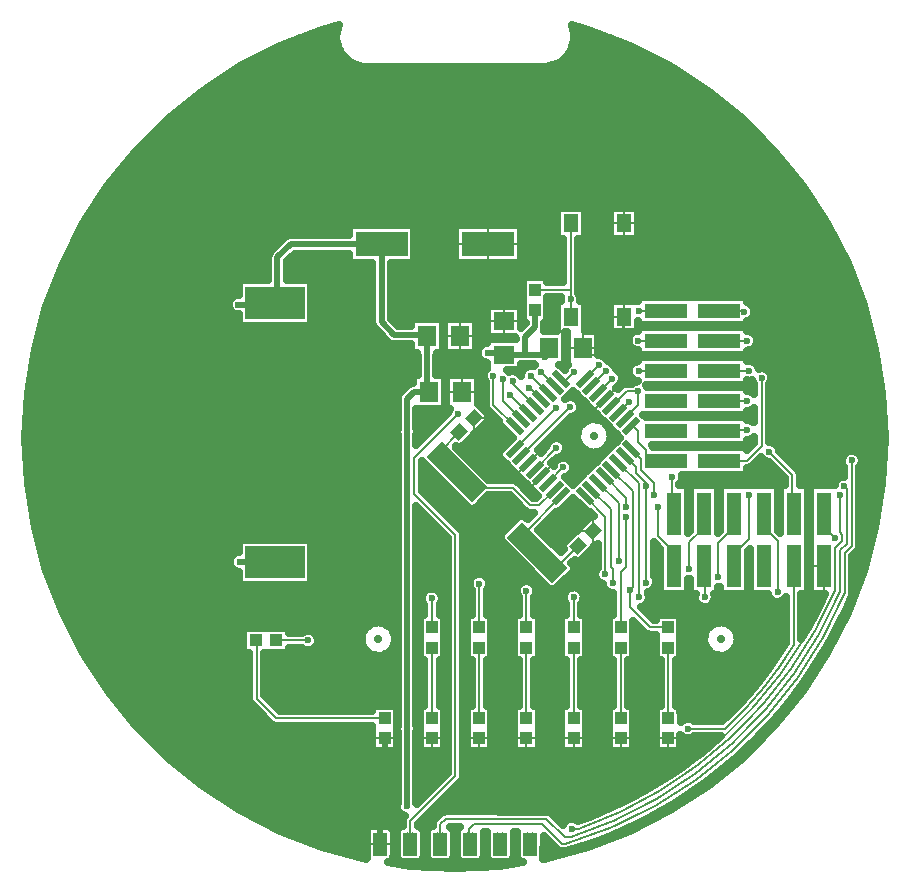
<source format=gbr>
%TF.GenerationSoftware,Novarm,DipTrace,3.0.0.2*%
%TF.CreationDate,2016-12-19T10:05:57+01:00*%
%FSLAX26Y26*%
%MOIN*%
%TF.FileFunction,Copper,L1,Top*%
%TF.Part,Single*%
%AMOUTLINE0*
4,1,4,
-0.001392,-0.029231,
-0.029231,-0.001392,
0.001392,0.029231,
0.029231,0.001392,
-0.001392,-0.029231,
0*%
%AMOUTLINE3*
4,1,15,
-0.023622,-0.03937,
-0.023622,0.03937,
-0.019685,0.031496,
-0.015748,0.03937,
-0.011811,0.031496,
-0.007874,0.03937,
-0.003937,0.031496,
0.0,0.03937,
0.003937,0.031496,
0.007874,0.03937,
0.011811,0.031496,
0.015748,0.03937,
0.019685,0.031496,
0.023622,0.03937,
0.023622,-0.03937,
-0.023622,-0.03937,
0*%
%AMOUTLINE6*
4,1,4,
-0.016703,-0.030623,
-0.030623,-0.016703,
0.016703,0.030623,
0.030623,0.016703,
-0.016703,-0.030623,
0*%
%AMOUTLINE9*
4,1,4,
-0.030623,0.016703,
-0.016703,0.030623,
0.030623,-0.016703,
0.016703,-0.030623,
-0.030623,0.016703,
0*%
%AMOUTLINE12*
4,1,4,
0.051501,-0.101612,
-0.101612,0.051501,
-0.051501,0.101612,
0.101612,-0.051501,
0.051501,-0.101612,
0*%
%TA.AperFunction,Conductor*%
%ADD13C,0.007874*%
%ADD14C,0.019685*%
%TA.AperFunction,CopperBalancing*%
%ADD16C,0.025*%
%ADD22C,0.027559*%
%ADD23R,0.2X0.109843*%
%ADD24C,0.7*%
%ADD25R,0.070866X0.062992*%
%ADD27R,0.177165X0.082677*%
%ADD28R,0.062992X0.070866*%
%ADD29R,0.043307X0.03937*%
%ADD30R,0.03937X0.043307*%
%ADD32R,0.144882X0.05*%
%ADD34R,0.05X0.144882*%
%ADD38R,0.051181X0.061024*%
%TA.AperFunction,ViaPad*%
%ADD41C,0.023622*%
%ADD69OUTLINE0*%
%ADD72OUTLINE3*%
%ADD75OUTLINE6*%
%ADD78OUTLINE9*%
%ADD81OUTLINE12*%
%TA.AperFunction,CopperBalancing*%
%ADD84C,0.007874*%
G75*
G01*
%LPD*%
X2368794Y1999761D2*
D13*
X2418837Y2049804D1*
Y2082472D1*
X2395930Y2105379D1*
X2394885D1*
X2354102Y2146161D1*
X2321012D1*
X2294741Y2172432D1*
X2328319Y1559403D2*
Y1604361D1*
X2308678D1*
X2297073Y1592756D1*
X2258119Y1844545D2*
X2248062Y1834487D1*
X2157218Y1743643D1*
X1979226Y2516991D2*
X2096417D1*
Y2509085D1*
X2432122Y2644870D2*
Y2587598D1*
X2431982D1*
X2032112Y2259538D2*
X2032951D1*
Y2322559D1*
X1887092Y2211908D2*
Y2103823D1*
X1948777Y2024783D2*
X1892612D1*
X1931913Y1938358D2*
X1985260D1*
X1957091Y1966528D1*
X1966172Y1975609D1*
X1620079Y518146D2*
D14*
Y799613D1*
X1635457Y814991D1*
Y869454D1*
X1270146Y1889024D2*
X1633177D1*
X2328319Y1559403D2*
D13*
Y1568877D1*
X2368794Y1999761D2*
X2253980Y1884948D1*
Y1834487D1*
X2248062D1*
X2112676Y1788185D2*
X2075088Y1750597D1*
Y1733403D1*
X2103152Y1705339D1*
X2118913D1*
X2157218Y1743643D1*
X2580339Y869454D2*
X2422858D1*
X2328723D1*
X2265378D1*
X2107898D1*
X1950417D1*
X1792937D2*
Y813845D1*
X1793554Y813228D1*
X1635593D2*
Y869318D1*
X1635457Y869454D1*
X1949798Y813228D2*
Y868835D1*
X1950417Y869454D1*
X2075088Y1750597D2*
X1931913Y1893772D1*
Y1938358D1*
X2328723Y869454D2*
X2328319Y1559403D1*
X2395930Y2105379D2*
X2430577Y2140026D1*
Y2273202D1*
X2431982Y2274606D1*
X2580339Y869454D2*
X2759843D1*
G03X3100394Y1326772I-991708J1093954D01*
G01*
X3099306Y1444535D1*
X2112676Y1788185D2*
Y1789210D1*
X2208413Y1884948D1*
X2253980D1*
X1624895Y2516991D2*
D14*
X1322067D1*
X1277860Y2472783D1*
Y2365717D1*
X1233647Y2321504D1*
X1270146D1*
X1624895Y2516991D2*
Y2256175D1*
X1666580Y2214490D1*
X1779437D1*
X1776856Y2211908D1*
Y2024783D1*
X1782375D1*
X1776856Y2211908D2*
Y2155421D1*
X1978343D2*
X2033787D1*
Y2150978D1*
X2032112Y2149302D1*
X2435606Y1932948D2*
D13*
X2429360D1*
Y1926399D1*
X2454184Y1951223D1*
X2451253D1*
X2480736Y1980706D1*
Y2027161D1*
X2442105D1*
X2392433Y1977490D1*
X2391064D1*
X2170623Y2141600D2*
D14*
Y2149302D1*
X2032112D1*
X2134948Y1765915D2*
D13*
X2206865Y1837832D1*
X1709824Y1892184D2*
D14*
Y2001883D1*
X1732724Y2024783D1*
X1782375D1*
X2184505Y2172432D2*
Y2149302D1*
X2032112D1*
X2136944Y2298396D2*
Y2241335D1*
X2104091Y2208482D1*
Y2149302D1*
X2032112D1*
X1709824Y1892184D2*
Y901669D1*
Y644001D1*
X2020079Y515878D2*
Y518146D1*
X1270146Y1456543D2*
X1151429Y1458286D1*
X1147692Y2315941D2*
X1270146Y2321504D1*
X2179490Y1721373D2*
D13*
X2179717D1*
X2231113Y1772769D1*
X2999306Y1444535D2*
Y1181102D1*
G02X2769685Y901575I-1111972J679365D01*
G01*
X2646516Y901669D1*
X2201760Y2044303D2*
Y2044584D1*
X2156738Y2089606D1*
X2891592Y2071118D2*
Y1844312D1*
X2842530Y1795251D1*
X2750021D1*
X2749306Y1794535D1*
X2422858Y936383D2*
Y1172604D1*
X1950417Y1239533D2*
Y1384920D1*
X2370364Y1416071D2*
Y1608448D1*
X2301980Y1676831D1*
X2650757Y1432819D2*
Y1524524D1*
X2695214Y1568980D1*
Y1619339D1*
X2699306D1*
X2112676Y1955219D2*
X2111757D1*
X2052640Y2014336D1*
X2849163Y2095214D2*
X2749984D1*
X2749306Y2094535D1*
Y2294535D2*
X2832634D1*
X2834555Y2292614D1*
X1997812Y2077741D2*
Y1980997D1*
X2068134Y1910676D1*
X2157218Y1999761D2*
X2122403Y2034576D1*
X2118995D1*
X2114988Y2038583D1*
X2844612Y1994247D2*
X2797010D1*
X2797299Y1994535D1*
X2749306D1*
X2179490Y2022031D2*
X2123139Y2078382D1*
X2844612Y1898084D2*
X2799630D1*
X2804491Y1902945D1*
X2740896D1*
X2749306Y1894535D1*
X2224031Y2066573D2*
Y2059979D1*
X2236112D1*
X2267030Y2090896D1*
X2481811Y2294068D2*
X2574035D1*
X2574503Y2294535D1*
X2090406Y1932948D2*
Y1933367D1*
X2028196Y1995577D1*
Y2068059D1*
X2843831Y2195462D2*
X2750232D1*
X2749306Y2194535D1*
X2301980Y2066573D2*
X2300636D1*
X2348482Y2114419D1*
X2481097Y2195755D2*
X2573283D1*
X2574503Y2194535D1*
X2324251Y2044303D2*
X2339335Y2059387D1*
X2338304D1*
X2372850Y2093933D1*
X2481762D2*
X2481159Y2094535D1*
X2574503D1*
X2346522Y2022031D2*
X2393516Y2069025D1*
X2511787Y2008445D2*
X2525697Y1994535D1*
X2574503D1*
X2413336Y1955219D2*
X2449062Y1990945D1*
X2522854Y1902980D2*
Y1907143D1*
X2587110D1*
X2574503Y1894535D1*
X2457878Y1910676D2*
X2464248D1*
X2480245Y1894678D1*
Y1858562D1*
X2506501Y1832306D1*
Y1800790D1*
X2568248D1*
X2574503Y1794535D1*
Y1796115D1*
X3192367D2*
Y1511343D1*
X3169352Y1488327D1*
Y1356178D1*
G02X2237521Y517955I-1346781J560123D01*
G01*
X2226692D1*
X2160550Y584097D1*
X1932541D1*
X1917639Y569196D1*
Y520585D1*
X1920079Y518146D1*
X2265378Y936383D2*
Y1172604D1*
X1792937Y936383D2*
Y1172604D1*
X2107898Y1239533D2*
Y1361080D1*
X2395546Y1387331D2*
Y1433576D1*
X2388938Y1440184D1*
Y1634413D1*
X2324251Y1699101D1*
X2747822Y1408328D2*
Y1521577D1*
X2789944Y1563699D1*
Y1613010D1*
X2805634D1*
X2799306Y1619339D1*
X2368794Y1743643D2*
X2439799Y1672638D1*
Y1642192D1*
X2544732D2*
Y1545736D1*
X2591054Y1499415D1*
Y1444535D1*
X2599306D1*
X2346522Y1721373D2*
X2347648D1*
X2416066Y1652955D1*
Y1459453D1*
X1380585Y1196198D2*
X1274189D1*
X1273684Y1196703D1*
X3136504Y1536471D2*
X3092690Y1580285D1*
Y1625954D1*
X3099306Y1619339D1*
X2580339Y1239533D2*
X2521283D1*
X2452173Y1308643D1*
Y1364175D1*
X2463550Y1375551D1*
Y1693429D1*
X2391064Y1765915D1*
X2944697Y1356975D2*
Y1527034D1*
X2905436Y1566295D1*
Y1619339D1*
X2899306D1*
X2090406Y1810457D2*
X2254270Y1974322D1*
X2917484Y1824680D2*
X2994243Y1747921D1*
Y1624402D1*
X2999306Y1619339D1*
X2435606Y1810457D2*
X2471403Y1774660D1*
Y1755895D1*
X2507080Y1720218D1*
Y1709718D1*
X3167858D2*
X3176408Y1701168D1*
Y1518958D1*
X3153543Y1496093D1*
Y1360236D1*
G02X2251969Y539370I-1347461J574402D01*
G01*
X2236266D1*
X2174535Y601101D1*
X1838089D1*
X1820079Y583091D1*
Y518146D1*
X1792937Y1239533D2*
Y1336461D1*
X2507080Y1389297D2*
Y1709718D1*
X2899306Y1444535D2*
Y1383714D1*
X2120079Y518146D2*
Y518144D1*
X2259356Y568790D2*
X2279528Y566929D1*
G03X3137795Y1366142I-480553J1376512D01*
G01*
Y1503860D1*
X3160261Y1526325D1*
Y1548959D1*
X3151971Y1557249D1*
Y1682047D1*
X2532315Y1681172D2*
Y1720497D1*
X2489971Y1762841D1*
Y1800635D1*
X2457878Y1832728D1*
X2799306Y1444535D2*
Y1483423D1*
X2849047Y1533164D1*
Y1681172D1*
X2265378Y1239533D2*
Y1340089D1*
X2702997D2*
Y1440844D1*
X2699306Y1444535D1*
X2413336Y1788185D2*
X2481766Y1719755D1*
Y1338589D1*
X2483266Y1340089D1*
X2068134Y1832728D2*
X2206844Y1971438D1*
X2592681Y1740664D2*
Y1625963D1*
X2599306Y1619339D1*
X2422858Y1239533D2*
Y1425715D1*
X2439799Y1442656D1*
Y1608793D1*
X2595504D2*
Y1623140D1*
X2599306Y1619339D1*
X2280993Y1512077D2*
X2278575D1*
X2215297Y1448799D1*
X2143982D1*
Y1488437D1*
X2168832D1*
X2102235Y1555034D1*
X2224031Y1676831D1*
X1884588Y1891033D2*
X1818798Y1825243D1*
Y1813622D1*
X1875282Y1757138D1*
Y1779385D1*
X1949549Y1705118D1*
X2062037D1*
X2120413Y1646741D1*
X2149584D1*
X2195497Y1692655D1*
X2200180D1*
Y1700681D1*
X2201760Y1699101D1*
X1635457Y936383D2*
X1274433D1*
X1208172Y1002644D1*
Y1198121D1*
X1206755Y1196703D1*
X1950417Y936383D2*
Y1172604D1*
X2107898Y936383D2*
Y1172604D1*
X2580339Y936383D2*
Y1172604D1*
X2254816Y2274606D2*
Y2365325D1*
Y2587598D1*
X2136944Y2365325D2*
X2254816D1*
X2134948Y1977490D2*
X2061575Y2050862D1*
Y2060652D1*
X2254816Y2334029D2*
Y2274606D1*
X1720079Y518146D2*
Y593701D1*
X1871037Y744659D1*
Y1548853D1*
X1734259Y1685631D1*
Y1805406D1*
X1880303Y1951450D1*
D41*
X2297073Y1592756D3*
X2258119Y1844545D3*
X2096417Y2509085D3*
X2432122Y2644870D3*
X2032951Y2322559D3*
X1887092Y2103823D3*
X2032951Y2322559D3*
X1948777Y2024783D3*
X1966172Y1975609D3*
X1633177Y1889024D3*
X1793554Y813228D3*
X1635593D3*
X1949798D3*
X1793554D3*
X1776856Y2155421D3*
X1978343D3*
X2170623Y2141600D3*
X2480736Y2027161D3*
X2206865Y1837832D3*
X1709824Y1892184D3*
Y644001D3*
X2020079Y515878D3*
X1709824Y1892184D3*
X1151429Y1458286D3*
X1147692Y2315941D3*
X2231113Y1772769D3*
X2206865Y1837832D3*
X2646516Y901669D3*
X1709824D3*
X2156738Y2089606D3*
X2891592Y2071118D3*
X1950417Y1384920D3*
X2370364Y1416071D3*
X2650757Y1432819D3*
X2052640Y2014336D3*
X2849163Y2095214D3*
X2834555Y2292614D3*
X1997812Y2077741D3*
X2114988Y2038583D3*
X2844612Y1994247D3*
X2123139Y2078382D3*
X2844612Y1898084D3*
X2267030Y2090896D3*
X2481811Y2294068D3*
X2028196Y2068059D3*
X2843831Y2195462D3*
X2348482Y2114419D3*
X2481097Y2195755D3*
X2372850Y2093933D3*
X2481762D3*
X2393516Y2069025D3*
X2511787Y2008445D3*
X2449062Y1990945D3*
X2522854Y1902980D3*
X2574503Y1796115D3*
X3192367D3*
X2107898Y1361080D3*
X2395546Y1387331D3*
X2747822Y1408328D3*
X2439799Y1642192D3*
X2544732D3*
X2416066Y1459453D3*
X1380585Y1196198D3*
X3136504Y1536471D3*
X2416066Y1459453D3*
X2944697Y1356975D3*
X2452173Y1364175D3*
X2254270Y1974322D3*
X2917484Y1824680D3*
X2507080Y1709718D3*
X3167858D3*
X1792937Y1336461D3*
X2507080Y1389297D3*
X2899306Y1383714D3*
X2120079Y518144D3*
X2259356Y568790D3*
X3151971Y1682047D3*
X2532315Y1681172D3*
X2849047D3*
X2265378Y1340089D3*
X2702997D3*
X2483266D3*
X2206844Y1971438D3*
X2592681Y1740664D3*
X2439799Y1608793D3*
X2595504D3*
X2061575Y2060652D3*
X2254816Y2334029D3*
X1880303Y1951450D3*
X2061575Y2060652D3*
X1418293Y3227811D2*
D16*
X1474768D1*
X2266145D2*
X2321887D1*
X1353498Y3202942D2*
X1471545D1*
X2269416D2*
X2386682D1*
X1289045Y3178073D2*
X1477844D1*
X2263117D2*
X2451135D1*
X1240217Y3153205D2*
X1487903D1*
X2253059D2*
X2499914D1*
X1191389Y3128336D2*
X1512268D1*
X2228694D2*
X2548742D1*
X1145588Y3103467D2*
X2594592D1*
X1107307Y3078598D2*
X2632873D1*
X1068977Y3053730D2*
X2671155D1*
X1030696Y3028861D2*
X2709485D1*
X999983Y3003992D2*
X2740198D1*
X969270Y2979123D2*
X2770910D1*
X938557Y2954255D2*
X2801574D1*
X909065Y2929386D2*
X2831115D1*
X884162Y2904517D2*
X2855969D1*
X859309Y2879648D2*
X2880823D1*
X834455Y2854780D2*
X2905725D1*
X809602Y2829911D2*
X2930578D1*
X789192Y2805042D2*
X2950989D1*
X769026Y2780173D2*
X2971106D1*
X748908Y2755304D2*
X2991272D1*
X728742Y2730436D2*
X3011389D1*
X709651Y2705567D2*
X3030530D1*
X693489Y2680698D2*
X3046643D1*
X677326Y2655829D2*
X3062805D1*
X661213Y2630961D2*
X2205578D1*
X2304084D2*
X2382727D1*
X2481233D2*
X3078967D1*
X645051Y2606092D2*
X2205578D1*
X2304084D2*
X2382727D1*
X2481233D2*
X3095129D1*
X629573Y2581223D2*
X2205578D1*
X2304084D2*
X2382727D1*
X2481233D2*
X3110559D1*
X616926Y2556354D2*
X1512658D1*
X1737141D2*
X1867004D1*
X2091487D2*
X2205578D1*
X2304084D2*
X2382727D1*
X2481233D2*
X3123254D1*
X604231Y2531486D2*
X1290246D1*
X1737141D2*
X1867004D1*
X2091487D2*
X2227209D1*
X2282405D2*
X3135901D1*
X591584Y2506617D2*
X1265344D1*
X1737141D2*
X1867004D1*
X2091487D2*
X2227209D1*
X2282405D2*
X3148596D1*
X578889Y2481748D2*
X1245715D1*
X1333137D2*
X1512658D1*
X1737141D2*
X1867004D1*
X2091487D2*
X2227209D1*
X2282405D2*
X3161242D1*
X566242Y2456879D2*
X1244348D1*
X1311360D2*
X1512658D1*
X1737141D2*
X1867004D1*
X2091487D2*
X2227209D1*
X2282405D2*
X3173938D1*
X556184Y2432010D2*
X1244348D1*
X1311360D2*
X1591418D1*
X1658381D2*
X2227209D1*
X2282405D2*
X3183996D1*
X546614Y2407142D2*
X1244348D1*
X1311360D2*
X1591418D1*
X1658381D2*
X2093615D1*
X2180305D2*
X2227209D1*
X2282405D2*
X3193567D1*
X537092Y2382273D2*
X1146496D1*
X1393830D2*
X1591418D1*
X1658381D2*
X2093615D1*
X2282405D2*
X3203088D1*
X527522Y2357404D2*
X1146496D1*
X1393830D2*
X1591418D1*
X1658381D2*
X2093615D1*
X2282405D2*
X3212658D1*
X518000Y2332535D2*
X1116711D1*
X1393830D2*
X1591418D1*
X1658381D2*
X2093615D1*
X2180305D2*
X2219397D1*
X2290266D2*
X2478381D1*
X2845393D2*
X3222180D1*
X509016Y2307667D2*
X1113293D1*
X1393830D2*
X1591418D1*
X1658381D2*
X1973010D1*
X2180305D2*
X2205578D1*
X2304084D2*
X2382727D1*
X2866389D2*
X3231164D1*
X502326Y2282798D2*
X1146496D1*
X1393830D2*
X1591418D1*
X1658381D2*
X1973010D1*
X2180305D2*
X2205578D1*
X2304084D2*
X2382727D1*
X2868537D2*
X3237805D1*
X495686Y2257929D2*
X1146496D1*
X1393830D2*
X1591418D1*
X1669465D2*
X1721692D1*
X1942268D2*
X1973010D1*
X2180305D2*
X2205578D1*
X2304084D2*
X2382727D1*
X2845393D2*
X3244494D1*
X489045Y2233060D2*
X1601672D1*
X1942268D2*
X1973010D1*
X2169319D2*
X2205578D1*
X2304084D2*
X2382727D1*
X2845393D2*
X3251135D1*
X482356Y2208192D2*
X1626574D1*
X1942268D2*
X1973010D1*
X2349885D2*
X2448059D1*
X2876740D2*
X3257776D1*
X475715Y2183323D2*
X1721692D1*
X1942268D2*
X1958312D1*
X2349885D2*
X2448059D1*
X2876985D2*
X3264465D1*
X470051Y2158454D2*
X1721692D1*
X2349885D2*
X2478381D1*
X2845393D2*
X3270080D1*
X466145Y2133585D2*
X1743371D1*
X1810334D2*
X1951135D1*
X2377815D2*
X2478381D1*
X2845393D2*
X3274035D1*
X462190Y2108717D2*
X1743371D1*
X1810334D2*
X1973010D1*
X2091194D2*
X2107752D1*
X2228205D2*
X2236767D1*
X2404817D2*
X2449768D1*
X2881721D2*
X3277990D1*
X458235Y2083848D2*
X1743371D1*
X1810334D2*
X1962903D1*
X2425471D2*
X2447864D1*
X2924494D2*
X3281897D1*
X454328Y2058979D2*
X1727209D1*
X1947785D2*
X1968176D1*
X2427424D2*
X2469592D1*
X2845393D2*
X2858419D1*
X2924739D2*
X3285852D1*
X450373Y2034110D2*
X1695715D1*
X1947785D2*
X1970227D1*
X2845393D2*
X2864026D1*
X2919172D2*
X3289807D1*
X447541Y2009241D2*
X1677209D1*
X1947785D2*
X1970227D1*
X2246418D2*
X2279553D1*
X2919172D2*
X3292590D1*
X446223Y1984373D2*
X1676330D1*
X1948664D2*
X1970227D1*
X2288166D2*
X2304455D1*
X2919172D2*
X3293908D1*
X444953Y1959504D2*
X1676330D1*
X1743293D2*
X1845813D1*
X1973811D2*
X1981358D1*
X2286213D2*
X2329309D1*
X2845393D2*
X2864026D1*
X2919172D2*
X3295227D1*
X443635Y1934635D2*
X1676330D1*
X1743293D2*
X1825500D1*
X1984162D2*
X2006213D1*
X2252571D2*
X2354162D1*
X2845393D2*
X2864026D1*
X2919172D2*
X3296496D1*
X442317Y1909766D2*
X1676330D1*
X1743293D2*
X1800647D1*
X1963557D2*
X2022717D1*
X2227668D2*
X2284387D1*
X2919172D2*
X3297815D1*
X441047Y1884898D2*
X1675158D1*
X1744465D2*
X1775793D1*
X1936067D2*
X2047571D1*
X2202815D2*
X2275256D1*
X2390071D2*
X2404407D1*
X2919172D2*
X3299133D1*
X440803Y1860029D2*
X1676330D1*
X1743293D2*
X1750939D1*
X1913850D2*
X2049084D1*
X2233723D2*
X2277356D1*
X2388020D2*
X2406457D1*
X2845393D2*
X2864026D1*
X2919172D2*
X3299377D1*
X442073Y1835160D2*
X1676330D1*
X1879768D2*
X2024231D1*
X2153108D2*
X2166246D1*
X2242219D2*
X2294739D1*
X2370588D2*
X2380750D1*
X2951252D2*
X3298059D1*
X443391Y1810291D2*
X1676330D1*
X1904670D2*
X2014660D1*
X2227473D2*
X2355725D1*
X2969856D2*
X3160119D1*
X3224641D2*
X3296789D1*
X444709Y1785423D2*
X1676330D1*
X1929524D2*
X2035949D1*
X2264045D2*
X2330823D1*
X2870686D2*
X2918762D1*
X2994709D2*
X3158655D1*
X3226057D2*
X3295471D1*
X445979Y1760554D2*
X1676330D1*
X1761848D2*
X1789367D1*
X1954377D2*
X2061438D1*
X2264240D2*
X2305969D1*
X2845393D2*
X2943615D1*
X3018391D2*
X3164758D1*
X3219953D2*
X3294153D1*
X447297Y1735685D2*
X1676330D1*
X1761848D2*
X1814221D1*
X1979231D2*
X2085559D1*
X2244905D2*
X2281115D1*
X2627766D2*
X2966662D1*
X3021809D2*
X3145032D1*
X3219953D2*
X3292834D1*
X449592Y1710816D2*
X1676330D1*
X1761848D2*
X1839074D1*
X2094319D2*
X2110315D1*
X3219953D2*
X3290539D1*
X453547Y1685948D2*
X1676330D1*
X1771907D2*
X1863977D1*
X2119172D2*
X2135200D1*
X3219953D2*
X3286584D1*
X457502Y1661079D2*
X1676330D1*
X1796809D2*
X1888830D1*
X1964729D2*
X2068078D1*
X2254621D2*
X2271432D1*
X3219953D2*
X3282678D1*
X461457Y1636210D2*
X1676330D1*
X1821662D2*
X1915686D1*
X1937912D2*
X2092981D1*
X2229719D2*
X2296252D1*
X3219953D2*
X3278723D1*
X465364Y1611341D2*
X1676330D1*
X1743293D2*
X1770569D1*
X1846516D2*
X2120569D1*
X2196516D2*
X2329504D1*
X3219953D2*
X3274768D1*
X469319Y1586472D2*
X1676330D1*
X1743293D2*
X1795422D1*
X1871369D2*
X2056506D1*
X2171662D2*
X2295129D1*
X3219953D2*
X3270862D1*
X474397Y1561604D2*
X1676330D1*
X1743293D2*
X1820324D1*
X1895149D2*
X2031604D1*
X2153352D2*
X2273938D1*
X3219953D2*
X3265735D1*
X481086Y1536735D2*
X1676330D1*
X1743293D2*
X1843469D1*
X1898615D2*
X2018957D1*
X2178205D2*
X2245422D1*
X3219953D2*
X3259094D1*
X487727Y1511866D2*
X1146496D1*
X1393830D2*
X1676330D1*
X1743293D2*
X1843469D1*
X1898615D2*
X2038049D1*
X2203059D2*
X2228137D1*
X3219953D2*
X3252405D1*
X494416Y1486997D2*
X1132727D1*
X1393830D2*
X1676330D1*
X1743293D2*
X1843469D1*
X1898615D2*
X2062903D1*
X2316145D2*
X2342785D1*
X2534651D2*
X2550647D1*
X3205989D2*
X3245764D1*
X501057Y1462129D2*
X1116174D1*
X1393830D2*
X1676330D1*
X1743293D2*
X1843469D1*
X1898615D2*
X2087756D1*
X2266584D2*
X2342785D1*
X2534651D2*
X2550647D1*
X3196955D2*
X3239074D1*
X507746Y1437260D2*
X1123547D1*
X1393830D2*
X1676330D1*
X1743293D2*
X1843469D1*
X1898615D2*
X2112658D1*
X2269221D2*
X2342590D1*
X2534651D2*
X2550647D1*
X3196955D2*
X3232434D1*
X516145Y1412391D2*
X1146496D1*
X1393830D2*
X1676330D1*
X1743293D2*
X1843469D1*
X1898615D2*
X1929699D1*
X1971174D2*
X2137512D1*
X2253449D2*
X2335119D1*
X2534651D2*
X2550647D1*
X3196955D2*
X3223987D1*
X525715Y1387522D2*
X1146496D1*
X1393830D2*
X1676330D1*
X1743293D2*
X1843469D1*
X1898615D2*
X1915051D1*
X1985774D2*
X2085705D1*
X2130110D2*
X2162365D1*
X2228596D2*
X2351379D1*
X2542512D2*
X2550608D1*
X3196955D2*
X3214465D1*
X535237Y1362654D2*
X1676330D1*
X1743293D2*
X1770422D1*
X1815461D2*
X1843469D1*
X1898615D2*
X1922815D1*
X1978010D2*
X2072473D1*
X2143342D2*
X2238830D1*
X2291926D2*
X2371155D1*
X2528987D2*
X2550647D1*
X3196955D2*
X3204920D1*
X544807Y1337785D2*
X1676330D1*
X1743293D2*
X1757455D1*
X1828401D2*
X1843415D1*
X1898615D2*
X1922815D1*
X1978010D2*
X2080334D1*
X2135481D2*
X2229992D1*
X2300764D2*
X2395276D1*
X2518635D2*
X2667590D1*
X2738410D2*
X2915393D1*
X3026887D2*
X3095032D1*
X554328Y1312916D2*
X1676330D1*
X1743293D2*
X1765344D1*
X1820539D2*
X1843469D1*
X1898615D2*
X1922815D1*
X1978010D2*
X2080334D1*
X2135481D2*
X2237805D1*
X2292951D2*
X2395276D1*
X2504426D2*
X2681799D1*
X2724153D2*
X2971740D1*
X3026887D2*
X3083069D1*
X563899Y1288047D2*
X1676330D1*
X1743293D2*
X1765344D1*
X1820539D2*
X1843469D1*
X1898615D2*
X1922815D1*
X1978010D2*
X2080334D1*
X2135481D2*
X2237805D1*
X2292951D2*
X2395276D1*
X2510725D2*
X2971740D1*
X3026887D2*
X3070569D1*
X576496Y1263178D2*
X1676330D1*
X1898615D2*
X1907092D1*
X1993782D2*
X2064563D1*
X2151252D2*
X2222033D1*
X2308723D2*
X2379504D1*
X2623664D2*
X2971740D1*
X3026887D2*
X3057532D1*
X589143Y1238310D2*
X1570959D1*
X1657356D2*
X1676330D1*
X1898615D2*
X1907092D1*
X1993782D2*
X2064563D1*
X2151252D2*
X2222033D1*
X2308723D2*
X2379504D1*
X2466194D2*
X2484537D1*
X2623664D2*
X2712707D1*
X2799104D2*
X2971740D1*
X3026887D2*
X3043811D1*
X601838Y1213441D2*
X1161438D1*
X1411213D2*
X1557678D1*
X1898615D2*
X1907092D1*
X1993782D2*
X2064563D1*
X2151252D2*
X2222033D1*
X2308723D2*
X2379504D1*
X2466194D2*
X2536975D1*
X2623664D2*
X2699426D1*
X2812385D2*
X2971740D1*
X614485Y1188572D2*
X1161438D1*
X1415168D2*
X1557629D1*
X1898615D2*
X1907092D1*
X1993782D2*
X2064563D1*
X2151252D2*
X2222033D1*
X2308723D2*
X2379504D1*
X2466194D2*
X2536975D1*
X2623664D2*
X2699328D1*
X2812483D2*
X2971740D1*
X3118049D2*
X3125662D1*
X627180Y1163703D2*
X1161438D1*
X1318977D2*
X1372473D1*
X1388670D2*
X1570520D1*
X1657795D2*
X1676330D1*
X1898615D2*
X1907092D1*
X1993782D2*
X2064563D1*
X2151252D2*
X2222033D1*
X2308723D2*
X2379504D1*
X2466194D2*
X2536975D1*
X2623664D2*
X2712268D1*
X2799543D2*
X2956164D1*
X3103547D2*
X3112960D1*
X641926Y1138835D2*
X1180578D1*
X1235774D2*
X1676330D1*
X1898615D2*
X1907092D1*
X1993782D2*
X2064563D1*
X2151252D2*
X2222033D1*
X2308723D2*
X2379504D1*
X2466194D2*
X2536975D1*
X2623664D2*
X2939563D1*
X3088606D2*
X3098205D1*
X658088Y1113966D2*
X1180578D1*
X1235774D2*
X1676330D1*
X1743293D2*
X1765344D1*
X1820539D2*
X1843469D1*
X1898615D2*
X1922815D1*
X1978010D2*
X2080334D1*
X2135481D2*
X2237805D1*
X2292951D2*
X2395276D1*
X2450422D2*
X2552746D1*
X2607942D2*
X2922131D1*
X3073127D2*
X3082066D1*
X674250Y1089097D2*
X1180578D1*
X1235774D2*
X1676330D1*
X1743293D2*
X1765344D1*
X1820539D2*
X1843469D1*
X1898615D2*
X1922815D1*
X1978010D2*
X2080334D1*
X2135481D2*
X2237805D1*
X2292951D2*
X2395276D1*
X2450422D2*
X2552746D1*
X2607942D2*
X2903772D1*
X3056623D2*
X3065936D1*
X690412Y1064228D2*
X1180578D1*
X1235774D2*
X1676330D1*
X1743293D2*
X1765344D1*
X1820539D2*
X1843469D1*
X1898615D2*
X1922815D1*
X1978010D2*
X2080334D1*
X2135481D2*
X2237805D1*
X2292951D2*
X2395276D1*
X2450422D2*
X2552746D1*
X2607942D2*
X2884436D1*
X3039533D2*
X3049768D1*
X706526Y1039360D2*
X1180578D1*
X1235774D2*
X1676330D1*
X1743293D2*
X1765344D1*
X1820539D2*
X1843469D1*
X1898615D2*
X1922815D1*
X1978010D2*
X2080334D1*
X2135481D2*
X2237805D1*
X2292951D2*
X2395276D1*
X2450422D2*
X2552746D1*
X2607942D2*
X2864123D1*
X3021858D2*
X3033626D1*
X724885Y1014491D2*
X1180578D1*
X1235774D2*
X1676330D1*
X1743293D2*
X1765344D1*
X1820539D2*
X1843469D1*
X1898615D2*
X1922815D1*
X1978010D2*
X2080334D1*
X2135481D2*
X2237805D1*
X2292951D2*
X2395276D1*
X2450422D2*
X2552746D1*
X2607942D2*
X2842737D1*
X3003108D2*
X3015284D1*
X745051Y989622D2*
X1184240D1*
X1259162D2*
X1676330D1*
X1743293D2*
X1765344D1*
X1820539D2*
X1843469D1*
X1898615D2*
X1922815D1*
X1978010D2*
X2080334D1*
X2135481D2*
X2237805D1*
X2292951D2*
X2395276D1*
X2450422D2*
X2552746D1*
X2607942D2*
X2820178D1*
X2983576D2*
X2995159D1*
X765168Y964753D2*
X1208069D1*
X1284016D2*
X1592102D1*
X1898615D2*
X1907092D1*
X1993782D2*
X2064563D1*
X2151252D2*
X2222033D1*
X2308723D2*
X2379504D1*
X2466194D2*
X2536975D1*
X2623664D2*
X2796350D1*
X2963313D2*
X2975012D1*
X785285Y939885D2*
X1232971D1*
X1898615D2*
X1907092D1*
X1993782D2*
X2064563D1*
X2151252D2*
X2222033D1*
X2308723D2*
X2379504D1*
X2466194D2*
X2536975D1*
X2623664D2*
X2771252D1*
X2942170D2*
X2954879D1*
X805451Y915016D2*
X1258801D1*
X1898615D2*
X1907092D1*
X1993782D2*
X2064563D1*
X2151252D2*
X2222033D1*
X2308723D2*
X2379504D1*
X2466194D2*
X2536975D1*
X2919807D2*
X2934723D1*
X829670Y890147D2*
X1592102D1*
X1898615D2*
X1907092D1*
X1993782D2*
X2064563D1*
X2151252D2*
X2222033D1*
X2308723D2*
X2379504D1*
X2466194D2*
X2536975D1*
X2896467D2*
X2910461D1*
X854524Y865278D2*
X1592102D1*
X1898615D2*
X1907092D1*
X1993782D2*
X2064563D1*
X2151252D2*
X2222033D1*
X2308723D2*
X2379504D1*
X2466194D2*
X2536975D1*
X2623664D2*
X2740198D1*
X2872151D2*
X2885608D1*
X879426Y840409D2*
X1592102D1*
X1898615D2*
X1907092D1*
X1993782D2*
X2064563D1*
X2151252D2*
X2222033D1*
X2308723D2*
X2379504D1*
X2466194D2*
X2536975D1*
X2623664D2*
X2710998D1*
X2846662D2*
X2860754D1*
X904280Y815541D2*
X1676330D1*
X1743293D2*
X1843469D1*
X1898615D2*
X2680188D1*
X2819856D2*
X2835852D1*
X932698Y790672D2*
X1676330D1*
X1743293D2*
X1843469D1*
X1898615D2*
X2647424D1*
X2791487D2*
X2807504D1*
X963362Y765803D2*
X1676330D1*
X1743293D2*
X1843469D1*
X1898615D2*
X2612610D1*
X2761701D2*
X2776770D1*
X994074Y740934D2*
X1676330D1*
X1743293D2*
X1829358D1*
X1898323D2*
X2575451D1*
X2730305D2*
X2746032D1*
X1024787Y716066D2*
X1676330D1*
X1743293D2*
X1804455D1*
X1880403D2*
X2535608D1*
X2697053D2*
X2715344D1*
X1061653Y691197D2*
X1676330D1*
X1743293D2*
X1779602D1*
X1855549D2*
X2492737D1*
X2661750D2*
X2678528D1*
X1099934Y666328D2*
X1676330D1*
X1743293D2*
X1754712D1*
X1830696D2*
X2446106D1*
X2624104D2*
X2640198D1*
X1138215Y641459D2*
X1674426D1*
X1805793D2*
X2394494D1*
X2583821D2*
X2601916D1*
X1182063Y616591D2*
X1688977D1*
X1780940D2*
X1815588D1*
X2197004D2*
X2337268D1*
X2540461D2*
X2558064D1*
X1230842Y591722D2*
X1692492D1*
X1756086D2*
X1794006D1*
X2221907D2*
X2233129D1*
X2493489D2*
X2509264D1*
X1279670Y566853D2*
X1574963D1*
X1665168D2*
X1674963D1*
X1765168D2*
X1774963D1*
X1865168D2*
X1874963D1*
X2441487D2*
X2460510D1*
X1341047Y541984D2*
X1572815D1*
X2383821D2*
X2399084D1*
X1405842Y517115D2*
X1572815D1*
X2167365D2*
X2189563D1*
X2318293D2*
X2334341D1*
X1488215Y492247D2*
X1572815D1*
X2167365D2*
X2251916D1*
X1663996Y467378D2*
X1676135D1*
X1763996D2*
X1776135D1*
X1863996D2*
X1876135D1*
X1963996D2*
X1976135D1*
X2063996D2*
X2076135D1*
X1781916Y442509D2*
X1958264D1*
X1161484Y1532626D2*
X1391307D1*
Y1380461D1*
X1148984D1*
X1148842Y1425415D1*
X1141240Y1426927D1*
X1134201Y1430172D1*
X1128114Y1434971D1*
X1123316Y1441058D1*
X1120070Y1448097D1*
X1118558Y1455699D1*
X1118863Y1463444D1*
X1120967Y1470904D1*
X1124754Y1477667D1*
X1130015Y1483359D1*
X1136460Y1487665D1*
X1143732Y1490347D1*
X1148994Y1491163D1*
X1148984Y1532626D1*
X1161484D1*
X2088706Y2118317D2*
Y2096644D1*
X2044614D1*
X2049609Y2093131D1*
X2050968Y2091875D1*
X2056417Y2093219D1*
X2064162Y2093523D1*
X2071764Y2092011D1*
X2078803Y2088766D1*
X2084890Y2083967D1*
X2089688Y2077880D1*
X2090197Y2076971D1*
X2090573Y2083540D1*
X2092677Y2091000D1*
X2096464Y2097763D1*
X2101725Y2103454D1*
X2108170Y2107761D1*
X2115442Y2110443D1*
X2123139Y2111354D1*
X2130836Y2110443D1*
X2131665Y2111020D1*
X2136793Y2115837D1*
X2131848D1*
Y2118327D1*
X2091591Y2118298D1*
X1871982Y2579491D2*
X2088970D1*
Y2454491D1*
X1869482D1*
Y2579491D1*
X1871982D1*
X2165393Y2229026D2*
X2208069D1*
X2208064Y2326279D1*
X2222755Y2326332D1*
X2221844Y2334029D1*
X2222461Y2340248D1*
X2177814Y2340227D1*
X2177790Y2255581D1*
X2167976D1*
X2167852Y2238902D1*
X2166430Y2231754D1*
X2165416Y2229099D1*
X2237163Y2222923D2*
Y2115837D1*
X2217290D1*
X2221071Y2113288D1*
X2235170Y2099282D1*
X2237652Y2105866D1*
X2241958Y2112310D1*
X2245475Y2115838D1*
X2242084Y2115837D1*
Y2222937D1*
X2237164Y2222933D1*
X1836935Y2268502D2*
X1939750D1*
Y2155313D1*
X1834435D1*
Y2268502D1*
X1836935D1*
X2285892Y1574742D2*
X2317273Y1605754D1*
X2321613Y1608184D1*
X2326401Y1609535D1*
X2331372Y1609730D1*
X2333474Y1609445D1*
X2318262Y1625054D1*
X2313744Y1625631D1*
X2309077Y1627352D1*
X2304940Y1630116D1*
X2263013Y1671951D1*
X2219767Y1629087D1*
X2215426Y1626657D1*
X2210638Y1625306D1*
X2208528Y1625093D1*
X2206424Y1623728D1*
X2147555Y1564860D1*
X2221763Y1490695D1*
X2232663Y1501660D1*
X2231186Y1505745D1*
X2230601Y1510685D1*
X2231186Y1515625D1*
X2232907Y1520292D1*
X2235671Y1524428D1*
X2268643Y1557400D1*
X2272779Y1560163D1*
X2277898Y1561975D1*
X2277446Y1561885D1*
X2278511Y1562951D1*
X2280233Y1567618D1*
X2282997Y1571754D1*
X2285892Y1574742D1*
X1176440Y1237550D2*
X1316499D1*
Y1221290D1*
X1359199Y1221297D1*
X1365616Y1225577D1*
X1372888Y1228260D1*
X1380585Y1229171D1*
X1388283Y1228260D1*
X1395554Y1225577D1*
X1401999Y1221271D1*
X1407261Y1215579D1*
X1411048Y1208816D1*
X1413152Y1201356D1*
X1413456Y1193611D1*
X1411944Y1186009D1*
X1408699Y1178970D1*
X1403900Y1172883D1*
X1397813Y1168085D1*
X1390774Y1164840D1*
X1383172Y1163327D1*
X1375427Y1163632D1*
X1367967Y1165736D1*
X1361205Y1169523D1*
X1359195Y1171107D1*
X1316474Y1171100D1*
X1316499Y1155857D1*
X1233212D1*
X1233270Y1013013D1*
X1284856Y961455D1*
X1594599Y961482D1*
X1594611Y979198D1*
X1676303D1*
Y826639D1*
X1594611D1*
Y911293D1*
X1272464Y911362D1*
X1266677Y912513D1*
X1261319Y914983D1*
X1256461Y918879D1*
X1189087Y986344D1*
X1185809Y991250D1*
X1183767Y996785D1*
X1183086Y1002975D1*
X1183073Y1155818D1*
X1163940Y1155857D1*
Y1237550D1*
X1176440D1*
X1833758Y1215418D2*
X1833784Y1129788D1*
X1818012D1*
X1818036Y979195D1*
X1833784Y979198D1*
Y826639D1*
X1752091D1*
Y979198D1*
X1767862D1*
X1767838Y1129791D1*
X1752091Y1129788D1*
Y1282347D1*
X1767862D1*
X1767838Y1315070D1*
X1763558Y1321491D1*
X1760876Y1328763D1*
X1759965Y1336461D1*
X1760876Y1344158D1*
X1763558Y1351430D1*
X1767865Y1357875D1*
X1773556Y1363136D1*
X1780319Y1366923D1*
X1787779Y1369027D1*
X1795524Y1369331D1*
X1803126Y1367819D1*
X1810165Y1364574D1*
X1816252Y1359776D1*
X1821051Y1353689D1*
X1824296Y1346650D1*
X1825808Y1339048D1*
X1825504Y1331303D1*
X1823400Y1323843D1*
X1819612Y1317080D1*
X1818028Y1315071D1*
X1818036Y1282310D1*
X1833784Y1282347D1*
X1833735Y1196718D1*
X1845938Y1194659D1*
Y1538458D1*
X1740836Y1643559D1*
X1740828Y912936D1*
X1742391Y906827D1*
X1742695Y899082D1*
X1741183Y891480D1*
X1740828Y889169D1*
Y655234D1*
X1742006Y651094D1*
X1845928Y755045D1*
X1845938Y1194659D1*
X1991238Y1215418D2*
X1991264Y1129788D1*
X1975493D1*
X1975516Y979195D1*
X1991264Y979198D1*
Y826639D1*
X1909571D1*
Y979198D1*
X1925342D1*
X1925319Y1129791D1*
X1909571Y1129788D1*
Y1282348D1*
X1925342D1*
X1925319Y1363507D1*
X1921039Y1369951D1*
X1918356Y1377223D1*
X1917445Y1384920D1*
X1918356Y1392617D1*
X1921039Y1399889D1*
X1925345Y1406334D1*
X1931037Y1411595D1*
X1937799Y1415383D1*
X1945259Y1417486D1*
X1953004Y1417791D1*
X1960606Y1416279D1*
X1967645Y1413034D1*
X1973732Y1408235D1*
X1978531Y1402148D1*
X1981776Y1395109D1*
X1983288Y1387507D1*
X1982984Y1379762D1*
X1980880Y1372302D1*
X1977093Y1365539D1*
X1975509Y1363530D1*
X1975516Y1282332D1*
X1991264Y1282348D1*
Y1215404D1*
X2148718Y1215419D2*
X2148744Y1129789D1*
X2132973D1*
X2132996Y979195D1*
X2148744Y979198D1*
Y826639D1*
X2067051D1*
Y979198D1*
X2082823D1*
X2082799Y1129791D1*
X2067051Y1129789D1*
Y1282348D1*
X2082823D1*
X2082799Y1339679D1*
X2078519Y1346111D1*
X2075836Y1353383D1*
X2074925Y1361080D1*
X2075836Y1368777D1*
X2078519Y1376049D1*
X2082825Y1382494D1*
X2088517Y1387755D1*
X2095280Y1391543D1*
X2102740Y1393647D1*
X2110485Y1393951D1*
X2118087Y1392439D1*
X2125126Y1389194D1*
X2131213Y1384395D1*
X2136011Y1378308D1*
X2139256Y1371269D1*
X2140768Y1363667D1*
X2140464Y1355922D1*
X2138360Y1348462D1*
X2134573Y1341699D1*
X2132989Y1339690D1*
X2132996Y1282320D1*
X2148744Y1282348D1*
X2148695Y1196718D1*
X2306198Y1215419D2*
X2306224Y1129789D1*
X2290453D1*
X2290476Y979195D1*
X2306224Y979198D1*
Y826639D1*
X2224532D1*
Y979198D1*
X2240303D1*
X2240279Y1129791D1*
X2224532Y1129789D1*
Y1282348D1*
X2240303D1*
X2240279Y1318683D1*
X2235999Y1325120D1*
X2233317Y1332392D1*
X2232406Y1340089D1*
X2233317Y1347787D1*
X2235999Y1355058D1*
X2240306Y1361503D1*
X2245997Y1366765D1*
X2252760Y1370552D1*
X2260220Y1372656D1*
X2267965Y1372960D1*
X2275567Y1371448D1*
X2282606Y1368203D1*
X2288693Y1363404D1*
X2293492Y1357317D1*
X2296737Y1350278D1*
X2298249Y1342676D1*
X2297944Y1334931D1*
X2295841Y1327471D1*
X2292053Y1320709D1*
X2290469Y1318699D1*
X2290477Y1282326D1*
X2306224Y1282348D1*
X2306176Y1196718D1*
X2621159Y1215419D2*
X2621185Y1129789D1*
X2605414D1*
X2605437Y979195D1*
X2621185Y979198D1*
X2621443Y923083D1*
X2627135Y928345D1*
X2633898Y932132D1*
X2641358Y934236D1*
X2649103Y934540D1*
X2656705Y933028D1*
X2663744Y929783D1*
X2667937Y926735D1*
X2759827Y926681D1*
X2788635Y954480D1*
X2814805Y981289D1*
X2840177Y1008853D1*
X2864731Y1037149D1*
X2888444Y1066153D1*
X2911297Y1095840D1*
X2933270Y1126183D1*
X2954345Y1157158D1*
X2974219Y1188281D1*
X2974076Y1342006D1*
X2969769Y1335561D1*
X2964078Y1330300D1*
X2957315Y1326513D1*
X2949855Y1324409D1*
X2942110Y1324104D1*
X2934508Y1325616D1*
X2927469Y1328861D1*
X2921382Y1333660D1*
X2916583Y1339747D1*
X2913338Y1346786D1*
X2912306Y1350934D1*
X2853144Y1350933D1*
Y1501763D1*
X2845492Y1494114D1*
X2845467Y1350933D1*
X2753144D1*
X2752980Y1375762D1*
X2745467Y1375448D1*
Y1350933D1*
X2734090D1*
X2735564Y1345247D1*
X2735868Y1337502D1*
X2734356Y1329900D1*
X2731111Y1322861D1*
X2726312Y1316774D1*
X2720225Y1311976D1*
X2713186Y1308731D1*
X2705584Y1307218D1*
X2697839Y1307523D1*
X2690379Y1309627D1*
X2683617Y1313414D1*
X2677925Y1318675D1*
X2673619Y1325120D1*
X2670936Y1332392D1*
X2670025Y1340089D1*
X2670936Y1347787D1*
X2671880Y1350933D1*
X2653144D1*
Y1399908D1*
X2645470Y1400278D1*
X2645467Y1350933D1*
X2553144D1*
Y1501861D1*
X2532185Y1522789D1*
X2532179Y1410646D1*
X2535194Y1406525D1*
X2538439Y1399486D1*
X2539951Y1391884D1*
X2539647Y1384139D1*
X2537543Y1376679D1*
X2533755Y1369916D1*
X2528494Y1364224D1*
X2522049Y1359918D1*
X2514777Y1357235D1*
X2511766Y1356674D1*
X2514625Y1350278D1*
X2516137Y1342676D1*
X2515833Y1334931D1*
X2513729Y1327471D1*
X2509942Y1320709D1*
X2504680Y1315017D1*
X2498236Y1310711D1*
X2490964Y1308028D1*
X2488712Y1307580D1*
X2531689Y1264622D1*
X2539496Y1264631D1*
X2539492Y1282348D1*
X2621185D1*
X2621136Y1196718D1*
X2668204Y1840697D2*
X2842908D1*
Y1831078D1*
X2866526Y1854741D1*
X2866493Y1873463D1*
X2861840Y1869970D1*
X2854801Y1866725D1*
X2847199Y1865213D1*
X2842904Y1865179D1*
X2842908Y1848374D1*
X2525771D1*
X2528864Y1843700D1*
X2529836Y1841513D1*
X2530901Y1840697D1*
X2668204D1*
X2842908Y1770140D2*
Y1748374D1*
X2624743Y1748361D1*
X2625654Y1740664D1*
X2624743Y1732967D1*
X2622060Y1725695D1*
X2617772Y1719274D1*
X2617780Y1712978D1*
X2645467Y1712941D1*
Y1554689D1*
X2653139Y1562400D1*
X2653145Y1712941D1*
X2745467D1*
Y1554689D1*
X2753173Y1562423D1*
X2753144Y1712941D1*
X2841350Y1713233D1*
X2849047Y1714144D1*
X2856745Y1713233D1*
X2865644Y1712941D1*
X2945467D1*
Y1561720D1*
X2953118Y1554108D1*
X2953144Y1712941D1*
X2969111D1*
X2969144Y1737547D1*
X2914865Y1791804D1*
X2907295Y1793321D1*
X2900256Y1796566D1*
X2894169Y1801365D1*
X2889702Y1806956D1*
X2858830Y1776166D1*
X2853925Y1772888D1*
X2848389Y1770846D1*
X2844076Y1770213D1*
X2668204Y1940697D2*
X2842908D1*
Y1930980D1*
X2849770Y1930650D1*
X2857230Y1928547D1*
X2863992Y1924759D1*
X2866508Y1922710D1*
X2866493Y1969556D1*
X2861840Y1966133D1*
X2854801Y1962888D1*
X2847199Y1961376D1*
X2842904Y1961341D1*
X2842908Y1948374D1*
X2497451D1*
X2504878Y1940761D1*
X2668204Y1940697D1*
Y2040697D2*
X2842908D1*
Y2027171D1*
X2849770Y2026813D1*
X2857230Y2024709D1*
X2863992Y2020922D1*
X2866508Y2018873D1*
X2866493Y2049732D1*
X2862213Y2056149D1*
X2859530Y2063421D1*
X2859352Y2063855D1*
X2851750Y2062343D1*
X2844005Y2062647D1*
X2842904Y2062866D1*
X2842908Y2048374D1*
X2505947D1*
X2510115Y2042131D1*
X2510458Y2041387D1*
X2516945Y2041011D1*
X2530901Y2040697D1*
X2668105Y2040648D1*
Y2048374D1*
X2655605D1*
X2668204Y2240697D2*
X2842908D1*
Y2228441D1*
X2848989Y2228028D1*
X2856449Y2225925D1*
X2863211Y2222137D1*
X2868903Y2216876D1*
X2873209Y2210431D1*
X2875892Y2203159D1*
X2876803Y2195462D1*
X2875892Y2187765D1*
X2873209Y2180493D1*
X2868903Y2174048D1*
X2863211Y2168787D1*
X2856449Y2164999D1*
X2848989Y2162895D1*
X2842911Y2162526D1*
X2842908Y2148374D1*
X2480901D1*
Y2162778D1*
X2473400Y2163693D1*
X2466128Y2166376D1*
X2459683Y2170682D1*
X2454422Y2176374D1*
X2450635Y2183137D1*
X2448531Y2190597D1*
X2448226Y2198342D1*
X2449738Y2205944D1*
X2452983Y2212983D1*
X2457782Y2219070D1*
X2462465Y2222930D1*
X2385230Y2222933D1*
Y2326279D1*
X2474771D1*
X2480891Y2327005D1*
X2480900Y2340697D1*
X2842908D1*
Y2324535D1*
X2849524Y2321993D1*
X2855969Y2317687D1*
X2861230Y2311995D1*
X2865018Y2305232D1*
X2867122Y2297772D1*
X2867426Y2290027D1*
X2865914Y2282425D1*
X2862669Y2275386D1*
X2857870Y2269299D1*
X2851783Y2264501D1*
X2844744Y2261256D1*
X2842905Y2260737D1*
X2842908Y2248374D1*
X2480900D1*
Y2261118D1*
X2478732Y2261256D1*
X2478734Y2228633D1*
X2480901Y2235874D1*
Y2240697D1*
X2668105Y2240648D1*
Y2248374D1*
X2655605D1*
X2387730Y2639271D2*
X2478734D1*
Y2535925D1*
X2385230D1*
Y2639271D1*
X2387730D1*
X2146766Y1831348D2*
X2155840Y1822274D1*
X2173997Y1840458D1*
X2175506Y1848021D1*
X2178751Y1855060D1*
X2183550Y1861147D1*
X2189637Y1865946D1*
X2196676Y1869191D1*
X2204278Y1870703D1*
X2212023Y1870399D1*
X2219483Y1868295D1*
X2226246Y1864507D1*
X2231937Y1859246D1*
X2236243Y1852801D1*
X2238926Y1845529D1*
X2239837Y1837832D1*
X2238926Y1830135D1*
X2236243Y1822863D1*
X2231937Y1816418D1*
X2226246Y1811157D1*
X2219483Y1807369D1*
X2212023Y1805266D1*
X2209482Y1804965D1*
X2191294Y1786766D1*
X2198794Y1779321D1*
X2200650Y1785387D1*
X2204438Y1792150D1*
X2209699Y1797841D1*
X2216144Y1802148D1*
X2223416Y1804830D1*
X2231113Y1805741D1*
X2238810Y1804830D1*
X2246082Y1802148D1*
X2252527Y1797841D1*
X2257788Y1792150D1*
X2261575Y1785387D1*
X2263679Y1777927D1*
X2263984Y1770182D1*
X2262472Y1762580D1*
X2259226Y1755541D1*
X2254428Y1749454D1*
X2248341Y1744655D1*
X2241302Y1741410D1*
X2237630Y1740473D1*
X2249503Y1728243D1*
X2250652Y1726459D1*
X2255698Y1722418D1*
X2262984Y1715132D1*
X2272838Y1724574D1*
X2274622Y1725722D1*
X2278907Y1730993D1*
X2295109Y1746844D1*
X2296892Y1747993D1*
X2301179Y1753264D1*
X2317380Y1769116D1*
X2319164Y1770264D1*
X2323450Y1775535D1*
X2339652Y1791386D1*
X2341436Y1792535D1*
X2345721Y1797806D1*
X2361923Y1813658D1*
X2363706Y1814806D1*
X2367992Y1820077D1*
X2384194Y1835928D1*
X2385978Y1837077D1*
X2390263Y1842348D1*
X2406464Y1858200D1*
X2408248Y1859348D1*
X2412291Y1864395D1*
X2419576Y1871680D1*
X2410135Y1881534D1*
X2408986Y1883318D1*
X2403715Y1887604D1*
X2387863Y1903806D1*
X2386715Y1905589D1*
X2381444Y1909875D1*
X2365593Y1926077D1*
X2364444Y1927861D1*
X2359173Y1932146D1*
X2343321Y1948348D1*
X2342173Y1950131D1*
X2336902Y1954417D1*
X2321051Y1970619D1*
X2319902Y1972403D1*
X2314631Y1976688D1*
X2298779Y1992890D1*
X2297631Y1994673D1*
X2292584Y1998716D1*
X2276507Y2015161D1*
X2275359Y2016945D1*
X2270089Y2021230D1*
X2263028Y2028272D1*
X2253173Y2018830D1*
X2251390Y2017682D1*
X2247347Y2012636D1*
X2237297Y2002587D1*
X2244081Y2005680D1*
X2251683Y2007192D1*
X2259428Y2006888D1*
X2266888Y2004784D1*
X2273651Y2000997D1*
X2279343Y1995735D1*
X2283649Y1989291D1*
X2286332Y1982019D1*
X2287243Y1974322D1*
X2286332Y1966624D1*
X2283649Y1959352D1*
X2279343Y1952908D1*
X2273651Y1947646D1*
X2266888Y1943859D1*
X2259428Y1941755D1*
X2256887Y1941454D1*
X2146789Y1831346D1*
X2810868Y1207414D2*
X2811713Y1200787D1*
X2810226Y1190105D1*
X2808981Y1183542D1*
X2804266Y1173842D1*
X2801054Y1167985D1*
X2793573Y1160217D1*
X2788708Y1155639D1*
X2779192Y1150563D1*
X2773151Y1147712D1*
X2762532Y1145825D1*
X2755906Y1144980D1*
X2745224Y1146467D1*
X2738660Y1147712D1*
X2728960Y1152427D1*
X2723103Y1155638D1*
X2715335Y1163120D1*
X2710757Y1167985D1*
X2705681Y1177501D1*
X2702830Y1183542D1*
X2700943Y1194161D1*
X2700098Y1200787D1*
X2701585Y1211469D1*
X2702830Y1218033D1*
X2707545Y1227732D1*
X2710757Y1233590D1*
X2718238Y1241358D1*
X2723103Y1245936D1*
X2732619Y1251012D1*
X2738660Y1253863D1*
X2749279Y1255750D1*
X2755906Y1256595D1*
X2766588Y1255108D1*
X2773151Y1253863D1*
X2782851Y1249148D1*
X2788708Y1245936D1*
X2796476Y1238455D1*
X2801055Y1233590D1*
X2806130Y1224074D1*
X2808981Y1218033D1*
X2810868Y1207414D1*
X2811713Y1200787D1*
X2811510Y1198216D1*
X1669136Y1207414D2*
X1669980Y1200787D1*
X1668493Y1190105D1*
X1667249Y1183542D1*
X1662534Y1173842D1*
X1659322Y1167985D1*
X1651840Y1160217D1*
X1646976Y1155639D1*
X1637460Y1150563D1*
X1631419Y1147712D1*
X1620800Y1145825D1*
X1614173Y1144980D1*
X1603491Y1146467D1*
X1596928Y1147712D1*
X1587228Y1152427D1*
X1581371Y1155638D1*
X1573603Y1163120D1*
X1569024Y1167985D1*
X1563949Y1177501D1*
X1561097Y1183542D1*
X1559211Y1194161D1*
X1558366Y1200787D1*
X1559853Y1211469D1*
X1561097Y1218033D1*
X1565813Y1227732D1*
X1569024Y1233590D1*
X1576506Y1241358D1*
X1581371Y1245936D1*
X1590887Y1251012D1*
X1596928Y1253863D1*
X1607547Y1255750D1*
X1614173Y1256595D1*
X1624855Y1255108D1*
X1631419Y1253863D1*
X1641118Y1249148D1*
X1646976Y1245936D1*
X1654744Y1238455D1*
X1659322Y1233590D1*
X1664398Y1224074D1*
X1667249Y1218033D1*
X1669136Y1207414D1*
X1669980Y1200787D1*
X1669778Y1198216D1*
X2387640Y1884579D2*
X2388484Y1877953D1*
X2386997Y1867271D1*
X2385753Y1860707D1*
X2381038Y1851008D1*
X2377826Y1845150D1*
X2370344Y1837382D1*
X2365480Y1832804D1*
X2355964Y1827728D1*
X2349923Y1824877D1*
X2339304Y1822990D1*
X2332677Y1822146D1*
X2321995Y1823633D1*
X2315432Y1824877D1*
X2305732Y1829592D1*
X2299875Y1832804D1*
X2292107Y1840286D1*
X2287528Y1845150D1*
X2282452Y1854666D1*
X2279601Y1860707D1*
X2277715Y1871326D1*
X2276870Y1877953D1*
X2278357Y1888635D1*
X2279601Y1895198D1*
X2284317Y1904898D1*
X2287528Y1910755D1*
X2295010Y1918523D1*
X2299875Y1923102D1*
X2309390Y1928177D1*
X2315432Y1931029D1*
X2326050Y1932915D1*
X2332677Y1933760D1*
X2343359Y1932273D1*
X2349923Y1931029D1*
X2359622Y1926313D1*
X2365480Y1923102D1*
X2373248Y1915620D1*
X2377826Y1910755D1*
X2382902Y1901239D1*
X2385753Y1895198D1*
X2387640Y1884579D1*
X2388484Y1877953D1*
X2388282Y1875381D1*
X2173998Y1840449D2*
X2175506Y1848021D1*
X2178751Y1855060D1*
X2183550Y1861147D1*
X2189637Y1865946D1*
X2196676Y1869191D1*
X2204278Y1870703D1*
X2212023Y1870399D1*
X2219483Y1868295D1*
X2226246Y1864507D1*
X2231937Y1859246D1*
X2236243Y1852801D1*
X2238926Y1845529D1*
X2239837Y1837832D1*
X2238926Y1830135D1*
X2236243Y1822863D1*
X2231937Y1816418D1*
X2226246Y1811157D1*
X2219483Y1807369D1*
X2212023Y1805266D1*
X2209482Y1804965D1*
X2312581Y507818D2*
X2452552Y561535D1*
X2586141Y629588D1*
X2711885Y711232D1*
X2828406Y805573D1*
X2934427Y911577D1*
X3028787Y1028083D1*
X3110453Y1153814D1*
X3178528Y1287390D1*
X3232267Y1427354D1*
X3271082Y1572166D1*
X3294548Y1720243D1*
X3302407Y1870208D1*
X3294549Y2019926D1*
X3271081Y2168002D1*
X3232265Y2312815D1*
X3178528Y2452768D1*
X3110449Y2586354D1*
X3028782Y2712084D1*
X2934421Y2828589D1*
X2828399Y2934593D1*
X2711877Y3028932D1*
X2586132Y3110576D1*
X2452543Y3178628D1*
X2312571Y3232344D1*
X2258587Y3246782D1*
X2266592Y3216405D1*
X2267289Y3209773D1*
X2266940Y3203113D1*
X2265855Y3197660D1*
X2256953Y3164945D1*
X2254241Y3158853D1*
X2250608Y3153260D1*
X2246942Y3149080D1*
X2222876Y3125200D1*
X2217481Y3121280D1*
X2211538Y3118253D1*
X2206276Y3116467D1*
X2173493Y3107818D1*
X2165748Y3107106D1*
X1571864Y3107236D1*
X1564198Y3108553D1*
X1531484Y3117455D1*
X1525391Y3120167D1*
X1519798Y3123800D1*
X1515619Y3127464D1*
X1491737Y3151530D1*
X1487817Y3156925D1*
X1484789Y3162867D1*
X1483002Y3168132D1*
X1474353Y3200915D1*
X1473656Y3207547D1*
X1474005Y3214207D1*
X1475090Y3219660D1*
X1482422Y3247023D1*
X1427343Y3232264D1*
X1287381Y3178524D1*
X1153803Y3110447D1*
X1028073Y3028781D1*
X911569Y2934419D1*
X805565Y2828398D1*
X711225Y2711875D1*
X629587Y2586139D1*
X561530Y2452541D1*
X507814Y2312570D1*
X469024Y2167750D1*
X445583Y2019669D1*
X437752Y1869949D1*
X445612Y1720230D1*
X469079Y1572153D1*
X507895Y1427341D1*
X561636Y1287380D1*
X629713Y1153802D1*
X711378Y1028072D1*
X805740Y911567D1*
X911761Y805565D1*
X1028284Y711225D1*
X1154029Y629581D1*
X1287618Y561528D1*
X1427590Y507814D1*
X1572409Y469024D1*
X1576906Y470677D1*
X1575556Y475465D1*
X1575295Y483776D1*
X1575556Y560826D1*
X1576906Y565614D1*
X1579337Y569954D1*
X1582713Y573607D1*
X1586850Y576371D1*
X1591517Y578093D1*
X1596457Y578677D1*
X1600377Y578298D1*
X1605831Y578624D1*
X1608736Y578391D1*
X1613705Y578624D1*
X1616610Y578391D1*
X1621579Y578624D1*
X1624484Y578391D1*
X1629453Y578624D1*
X1632358Y578391D1*
X1637327Y578624D1*
X1640232Y578391D1*
X1645201Y578624D1*
X1650087Y577691D1*
X1654620Y575642D1*
X1658550Y572592D1*
X1661659Y568709D1*
X1663776Y564208D1*
X1664784Y559336D1*
X1664862Y478776D1*
X1664278Y473836D1*
X1662556Y469168D1*
X1659792Y465032D1*
X1656139Y461656D1*
X1651799Y459225D1*
X1647011Y457875D1*
X1644901Y457661D1*
X1720490Y445583D1*
X1870210Y437751D1*
X2019918Y445610D1*
X2094796Y457679D1*
X2089917Y458650D1*
X2085400Y460732D1*
X2081493Y463812D1*
X2078414Y467719D1*
X2076331Y472236D1*
X2075360Y477115D1*
X2075317Y558137D1*
X2073050Y558999D1*
X2064798D1*
X2064797Y477115D1*
X2063826Y472236D1*
X2061744Y467719D1*
X2058664Y463812D1*
X2054758Y460733D1*
X2050240Y458650D1*
X2045361Y457679D1*
X1994796D1*
X1989917Y458650D1*
X1985400Y460733D1*
X1981493Y463812D1*
X1978414Y467719D1*
X1976331Y472236D1*
X1975360Y477115D1*
X1975317Y558137D1*
X1973050Y558999D1*
X1964798D1*
X1964797Y477115D1*
X1963827Y472236D1*
X1961744Y467719D1*
X1958664Y463812D1*
X1954758Y460732D1*
X1950240Y458650D1*
X1945361Y457679D1*
X1894796D1*
X1889917Y458650D1*
X1885400Y460732D1*
X1881493Y463812D1*
X1878413Y467719D1*
X1876331Y472236D1*
X1875360Y477115D1*
Y559176D1*
X1876331Y564055D1*
X1878414Y568573D1*
X1881493Y572479D1*
X1885802Y575784D1*
X1853979Y576003D1*
X1858550Y572592D1*
X1861660Y568709D1*
X1863776Y564208D1*
X1864784Y559336D1*
X1864797Y477115D1*
X1863827Y472236D1*
X1861744Y467719D1*
X1858664Y463812D1*
X1854758Y460732D1*
X1850240Y458650D1*
X1845361Y457679D1*
X1794796D1*
X1789917Y458650D1*
X1785400Y460732D1*
X1781493Y463812D1*
X1778414Y467719D1*
X1776331Y472236D1*
X1775360Y477115D1*
Y559176D1*
X1776331Y564055D1*
X1778414Y568573D1*
X1781493Y572479D1*
X1785400Y575559D1*
X1789917Y577641D1*
X1794989Y578625D1*
X1795289Y587017D1*
X1796891Y592695D1*
X1799774Y597843D1*
X1802331Y600838D1*
X1823337Y621406D1*
X1828484Y624289D1*
X1834163Y625891D1*
X1838089Y626200D1*
X2178462Y625891D1*
X2184140Y624289D1*
X2189288Y621406D1*
X2192283Y618848D1*
X2229123Y582008D1*
X2232680Y588171D1*
X2237942Y593862D1*
X2244386Y598169D1*
X2251658Y600851D1*
X2259356Y601762D1*
X2267053Y600851D1*
X2274325Y598169D1*
X2280571Y594019D1*
X2319698Y608650D1*
X2356326Y623525D1*
X2392531Y639404D1*
X2428283Y656277D1*
X2463556Y674130D1*
X2498324Y692949D1*
X2532558Y712720D1*
X2566235Y733428D1*
X2599327Y755057D1*
X2631810Y777591D1*
X2663658Y801013D1*
X2694849Y825305D1*
X2725357Y850447D1*
X2755269Y876521D1*
X2667859Y876554D1*
X2661485Y872291D1*
X2654213Y869608D1*
X2646516Y868697D1*
X2638818Y869608D1*
X2631547Y872291D1*
X2625102Y876597D1*
X2621187Y880581D1*
X2621185Y826639D1*
X2539492D1*
Y979198D1*
X2555264D1*
X2555218Y1129789D1*
X2539492D1*
Y1214442D1*
X2517357Y1214743D1*
X2511679Y1216345D1*
X2506531Y1219228D1*
X2503536Y1221786D1*
X2463705Y1261596D1*
Y1129789D1*
X2447933D1*
X2447957Y979195D1*
X2463705Y979198D1*
Y826639D1*
X2382012D1*
Y979198D1*
X2397783D1*
X2397760Y1129791D1*
X2382012Y1129789D1*
Y1282348D1*
X2397783D1*
X2397760Y1354425D1*
X2390388Y1354764D1*
X2382928Y1356868D1*
X2376165Y1360655D1*
X2370473Y1365917D1*
X2366167Y1372362D1*
X2363485Y1379633D1*
X2362666Y1384009D1*
X2355394Y1386692D1*
X2348950Y1390998D1*
X2343688Y1396690D1*
X2339901Y1403453D1*
X2337797Y1410913D1*
X2337493Y1418658D1*
X2339005Y1426260D1*
X2342250Y1433299D1*
X2345272Y1437461D1*
X2345265Y1518561D1*
X2339365Y1513052D1*
X2335025Y1510621D1*
X2331867Y1509595D1*
X2345272Y1518590D1*
X2339365Y1513052D1*
X2335025Y1510621D1*
X2331415Y1509505D1*
X2329079Y1503863D1*
X2326316Y1499727D1*
X2293344Y1466755D1*
X2289208Y1463991D1*
X2284541Y1462270D1*
X2279601Y1461685D1*
X2274661Y1462270D1*
X2269994Y1463991D1*
X2268161Y1465059D1*
X2257203Y1455211D1*
X2262715Y1449375D1*
X2265145Y1445035D1*
X2266496Y1440247D1*
X2266691Y1435277D1*
X2265720Y1430398D1*
X2263638Y1425880D1*
X2260558Y1421974D1*
X2207923Y1369707D1*
X2203582Y1367276D1*
X2198795Y1365926D1*
X2193824Y1365730D1*
X2188945Y1366701D1*
X2184427Y1368784D1*
X2180521Y1371863D1*
X2025251Y1527501D1*
X2022821Y1531841D1*
X2021470Y1536629D1*
X2021275Y1541600D1*
X2022246Y1546479D1*
X2024328Y1550997D1*
X2027408Y1554903D1*
X2080043Y1607170D1*
X2084383Y1609601D1*
X2089171Y1610951D1*
X2094142Y1611146D1*
X2099021Y1610176D1*
X2103539Y1608093D1*
X2107445Y1605013D1*
X2112106Y1600352D1*
X2133343Y1621637D1*
X2116487Y1621952D1*
X2110809Y1623554D1*
X2105661Y1626436D1*
X2102666Y1628994D1*
X2051601Y1680059D1*
X1981226Y1680020D1*
X1939222Y1638406D1*
X1934882Y1635976D1*
X1930094Y1634625D1*
X1925123Y1634430D1*
X1920244Y1635400D1*
X1915727Y1637483D1*
X1911820Y1640563D1*
X1759357Y1792906D1*
Y1695982D1*
X1890122Y1565153D1*
X1893400Y1560247D1*
X1895442Y1554712D1*
X1896122Y1548522D1*
X1896058Y742690D1*
X1894907Y736903D1*
X1892437Y731545D1*
X1888541Y726687D1*
X1745187Y583315D1*
X1745201Y578624D1*
X1750087Y577691D1*
X1754620Y575642D1*
X1758550Y572592D1*
X1761659Y568709D1*
X1763776Y564208D1*
X1764784Y559336D1*
X1764797Y477115D1*
X1763827Y472236D1*
X1761744Y467719D1*
X1758664Y463812D1*
X1754758Y460732D1*
X1750240Y458650D1*
X1745361Y457679D1*
X1694796D1*
X1689917Y458650D1*
X1685400Y460732D1*
X1681493Y463812D1*
X1678414Y467719D1*
X1676331Y472236D1*
X1675360Y477115D1*
X1675361Y559176D1*
X1676331Y564055D1*
X1678414Y568573D1*
X1681493Y572479D1*
X1685400Y575559D1*
X1689917Y577641D1*
X1694989Y578625D1*
X1695289Y597627D1*
X1696891Y603306D1*
X1699774Y608453D1*
X1702711Y611828D1*
X1697206Y613539D1*
X1690443Y617326D1*
X1684752Y622587D1*
X1680445Y629032D1*
X1677763Y636304D1*
X1676852Y644001D1*
X1677763Y651699D1*
X1678833Y655187D1*
X1678820Y890437D1*
X1677258Y896511D1*
X1676953Y904256D1*
X1678465Y911858D1*
X1678820Y914169D1*
Y1880917D1*
X1677258Y1887026D1*
X1676953Y1894771D1*
X1678465Y1902373D1*
X1678820Y1904684D1*
X1678916Y2004316D1*
X1680338Y2011464D1*
X1683389Y2018083D1*
X1687901Y2023806D1*
X1688145Y2024032D1*
X1712589Y2048359D1*
X1718649Y2052408D1*
X1725487Y2054931D1*
X1729718Y2055689D1*
Y2081378D1*
X1745880D1*
X1745852Y2144168D1*
X1744289Y2150263D1*
X1743888Y2155310D1*
X1724198Y2155313D1*
Y2183487D1*
X1664147Y2183581D1*
X1656999Y2185003D1*
X1650380Y2188054D1*
X1644657Y2192566D1*
X1644431Y2192811D1*
X1601319Y2236039D1*
X1597270Y2242099D1*
X1594748Y2248937D1*
X1593891Y2256175D1*
X1593904Y2256507D1*
X1593868Y2454491D1*
X1515151D1*
Y2485985D1*
X1334905Y2485987D1*
X1308876Y2459954D1*
X1308896Y2397587D1*
X1391307D1*
Y2245421D1*
X1148984D1*
Y2282970D1*
X1142534Y2283374D1*
X1135074Y2285478D1*
X1128311Y2289266D1*
X1122619Y2294527D1*
X1118313Y2300972D1*
X1115630Y2308244D1*
X1114719Y2315941D1*
X1115630Y2323638D1*
X1118313Y2330910D1*
X1122619Y2337355D1*
X1128311Y2342616D1*
X1135074Y2346404D1*
X1142534Y2348507D1*
X1148975Y2348863D1*
X1148984Y2397587D1*
X1246885D1*
X1246951Y2475216D1*
X1248373Y2482364D1*
X1251424Y2488983D1*
X1255936Y2494707D1*
X1256181Y2494933D1*
X1301931Y2540566D1*
X1307991Y2544616D1*
X1314829Y2547138D1*
X1322067Y2547995D1*
X1322400Y2547982D1*
X1515182Y2547995D1*
X1515151Y2579491D1*
X1734639D1*
Y2454491D1*
X1655899D1*
Y2268993D1*
X1679446Y2245470D1*
X1724246Y2245494D1*
X1724198Y2268502D1*
X1829513D1*
Y2155313D1*
X1809836D1*
X1808917Y2147724D1*
X1807847Y2144236D1*
X1807860Y2081391D1*
X1835033Y2081378D1*
Y1968189D1*
X1740843D1*
X1740828Y1903397D1*
X1742391Y1897342D1*
X1742695Y1889597D1*
X1741183Y1881995D1*
X1740828Y1879684D1*
Y1847408D1*
X1847402Y1954044D1*
X1848944Y1961639D1*
X1851918Y1968193D1*
X1839954Y1968189D1*
Y2081378D1*
X1945269D1*
Y1985020D1*
X1948269Y1982553D1*
X1978264Y1952189D1*
X1980695Y1947849D1*
X1982045Y1943061D1*
X1982241Y1938090D1*
X1981270Y1933211D1*
X1979188Y1928694D1*
X1976108Y1924787D1*
X1942959Y1892007D1*
X1938619Y1889577D1*
X1935009Y1888461D1*
X1932674Y1882818D1*
X1929910Y1878682D1*
X1896939Y1845711D1*
X1892803Y1842947D1*
X1888136Y1841225D1*
X1883196Y1840640D1*
X1878256Y1841225D1*
X1873186Y1843172D1*
X1874100Y1838357D1*
X1980701Y1731737D1*
X1987049Y1730217D1*
X2065963Y1729908D1*
X2071642Y1728306D1*
X2076789Y1725423D1*
X2079784Y1722865D1*
X2130849Y1671800D1*
X2139212Y1671840D1*
X2145475Y1678127D1*
X2131746Y1692231D1*
X2130598Y1694015D1*
X2125326Y1698299D1*
X2109474Y1714501D1*
X2108326Y1716285D1*
X2103056Y1720571D1*
X2087204Y1736773D1*
X2086056Y1738557D1*
X2080784Y1742841D1*
X2064933Y1759043D1*
X2063784Y1760827D1*
X2058739Y1764870D1*
X2042662Y1781315D1*
X2041514Y1783099D1*
X2036242Y1787385D1*
X2020390Y1803587D1*
X2017960Y1807927D1*
X2016610Y1812715D1*
X2016414Y1817685D1*
X2017385Y1822564D1*
X2019467Y1827082D1*
X2022630Y1831071D1*
X2063254Y1871695D1*
X2020390Y1914941D1*
X2017960Y1919281D1*
X2016610Y1924069D1*
X2016396Y1926179D1*
X2015031Y1928284D1*
X1977507Y1966245D1*
X1974624Y1971393D1*
X1973023Y1977071D1*
X1972714Y1980997D1*
Y2056339D1*
X1968434Y2062772D1*
X1965751Y2070044D1*
X1964840Y2077741D1*
X1965751Y2085439D1*
X1968434Y2092711D1*
X1972740Y2099155D1*
X1975515Y2101997D1*
X1975517Y2122572D1*
X1968153Y2124063D1*
X1961114Y2127308D1*
X1955027Y2132106D1*
X1950229Y2138193D1*
X1946984Y2145232D1*
X1945472Y2152834D1*
X1945776Y2160579D1*
X1947880Y2168039D1*
X1951667Y2174802D1*
X1956929Y2180494D1*
X1963373Y2184800D1*
X1970645Y2187483D1*
X1975525Y2188265D1*
X1975517Y2201959D1*
X2073125D1*
X2071206Y2206881D1*
X1975517D1*
Y2312195D1*
X2088706D1*
Y2236932D1*
X2105956Y2254194D1*
X2102790Y2255581D1*
X2096097D1*
Y2408140D1*
X2177790D1*
Y2390416D1*
X2229766Y2390424D1*
X2229718Y2535882D1*
X2208064Y2535925D1*
Y2639271D1*
X2301568D1*
Y2535925D1*
X2279938D1*
X2279915Y2355413D1*
X2284195Y2348998D1*
X2286878Y2341726D1*
X2287789Y2334029D1*
X2286878Y2326332D1*
X2301568Y2326279D1*
Y2229063D1*
X2347399Y2229026D1*
Y2147376D1*
X2353640Y2146985D1*
X2361100Y2144881D1*
X2367862Y2141094D1*
X2373554Y2135833D1*
X2377860Y2129388D1*
X2379221Y2126287D1*
X2385468Y2124396D1*
X2392231Y2120608D1*
X2397923Y2115347D1*
X2402229Y2108902D1*
X2404912Y2101630D1*
X2405269Y2099835D1*
X2410744Y2097139D1*
X2416831Y2092340D1*
X2421629Y2086253D1*
X2424874Y2079214D1*
X2426387Y2071612D1*
X2426082Y2063867D1*
X2423978Y2056407D1*
X2420191Y2049644D1*
X2414930Y2043952D1*
X2408485Y2039646D1*
X2406878Y2038905D1*
X2412635Y2033174D1*
X2427352Y2047467D1*
X2432500Y2050349D1*
X2438179Y2051951D1*
X2442105Y2052260D1*
X2459341D1*
X2465767Y2056540D1*
X2473039Y2059223D1*
X2480736Y2060134D1*
X2480901Y2061020D1*
X2474065Y2061872D1*
X2466793Y2064554D1*
X2460349Y2068861D1*
X2455087Y2074552D1*
X2451300Y2081315D1*
X2449196Y2088775D1*
X2448892Y2096520D1*
X2450404Y2104122D1*
X2453649Y2111161D1*
X2458447Y2117248D1*
X2464534Y2122047D1*
X2471573Y2125292D1*
X2479175Y2126804D1*
X2480904Y2126872D1*
X2480901Y2140697D1*
X2842908D1*
Y2127562D1*
X2849163Y2128186D1*
X2856860Y2127275D1*
X2864132Y2124593D1*
X2870577Y2120286D1*
X2875838Y2114595D1*
X2879625Y2107832D1*
X2881403Y2102477D1*
X2889005Y2103989D1*
X2896750Y2103685D1*
X2904210Y2101581D1*
X2910973Y2097793D1*
X2916664Y2092532D1*
X2920971Y2086087D1*
X2923653Y2078815D1*
X2924564Y2071118D1*
X2923653Y2063421D1*
X2920971Y2056149D1*
X2916683Y2049728D1*
X2916690Y1857690D1*
X2922642Y1857246D1*
X2930102Y1855142D1*
X2936865Y1851355D1*
X2942557Y1846094D1*
X2946863Y1839649D1*
X2949546Y1832377D1*
X2950351Y1827297D1*
X3013328Y1764221D1*
X3016606Y1759316D1*
X3018648Y1753780D1*
X3019328Y1747590D1*
X3019341Y1712911D1*
X3045467Y1712941D1*
Y1350933D1*
X3024422D1*
X3024428Y1200852D1*
X3050111Y1245245D1*
X3068898Y1280030D1*
X3086718Y1315319D1*
X3103498Y1350954D1*
X3053144Y1350933D1*
Y1712941D1*
X3135029D1*
X3136500Y1719907D1*
X3139745Y1726946D1*
X3144543Y1733033D1*
X3150630Y1737831D1*
X3157669Y1741077D1*
X3165271Y1742589D1*
X3167282Y1742668D1*
X3167269Y1774770D1*
X3164254Y1778887D1*
X3161009Y1785926D1*
X3159497Y1793528D1*
X3159801Y1801274D1*
X3161905Y1808733D1*
X3165692Y1815496D1*
X3170954Y1821188D1*
X3177398Y1825494D1*
X3184670Y1828177D1*
X3192367Y1829088D1*
X3200065Y1828177D1*
X3207337Y1825494D1*
X3213781Y1821188D1*
X3219043Y1815496D1*
X3222830Y1808733D1*
X3224934Y1801274D1*
X3225238Y1793528D1*
X3223726Y1785926D1*
X3220481Y1778887D1*
X3217459Y1774725D1*
X3217389Y1509373D1*
X3216238Y1503587D1*
X3213768Y1498229D1*
X3209872Y1493370D1*
X3194405Y1477885D1*
X3194373Y1354209D1*
X3193222Y1348423D1*
X3174904Y1305899D1*
X3150602Y1254979D1*
X3130443Y1215957D1*
X3109138Y1177548D1*
X3086706Y1139786D1*
X3063165Y1102706D1*
X3038537Y1066338D1*
X3012844Y1030715D1*
X2986107Y995869D1*
X2958350Y961829D1*
X2929598Y928626D1*
X2899875Y896288D1*
X2869209Y864845D1*
X2837625Y834323D1*
X2805151Y804749D1*
X2771816Y776150D1*
X2737649Y748550D1*
X2702680Y721973D1*
X2666940Y696443D1*
X2630459Y671983D1*
X2593271Y648613D1*
X2555407Y626354D1*
X2516900Y605226D1*
X2477785Y585247D1*
X2438096Y566435D1*
X2397867Y548805D1*
X2357134Y532375D1*
X2315933Y517157D1*
X2274299Y503165D1*
X2241177Y493125D1*
X2237521Y492857D1*
X2222765Y493166D1*
X2217087Y494767D1*
X2211939Y497650D1*
X2208944Y500208D1*
X2164854Y544299D1*
X2164602Y475465D1*
X2163251Y470677D1*
X2162331Y468766D1*
X2168004Y469078D1*
X2163251Y470677D1*
X2162556Y469168D1*
X2167763Y469027D1*
X2312817Y507894D1*
X2032112Y2312147D2*
D84*
Y2206929D1*
X1975566Y2259538D2*
X2088657D1*
X1979226Y2579442D2*
Y2454540D1*
X1869531Y2516991D2*
X2088921D1*
X2294741Y2228977D2*
Y2172432D1*
X2242133D2*
X2347350D1*
X1892612Y2081329D2*
Y2024783D1*
X1840003D2*
X1945220D1*
X1887092Y2268454D2*
Y2155362D1*
X1834483Y2211908D2*
X1939701D1*
X1931913Y1938358D2*
Y1888044D1*
Y1938358D2*
X1982227D1*
X2328319Y1609717D2*
Y1509089D1*
X2278005Y1559403D2*
X2328319D1*
X3099306Y1444535D2*
Y1350982D1*
X3053193Y1444535D2*
X3099306D1*
X1620079Y578696D2*
Y518146D1*
X1575276D2*
X1664881D1*
X1635457Y869454D2*
Y826688D1*
X1594659Y869454D2*
X1676255D1*
X1792937D2*
Y826688D1*
X1752140Y869454D2*
X1833735D1*
X1950417D2*
Y826688D1*
X1909620Y869454D2*
X1991215D1*
X2107898D2*
Y826688D1*
X2067100Y869454D2*
X2148695D1*
X2265378D2*
Y826688D1*
X2224580Y869454D2*
X2306176D1*
X2422858D2*
Y826688D1*
X2382061Y869454D2*
X2463656D1*
X2580339D2*
Y826688D1*
X2539541Y869454D2*
X2621136D1*
X2431982Y2326231D2*
Y2222982D1*
X2385279Y2274606D2*
X2431982D1*
Y2639223D2*
Y2535974D1*
X2385279Y2587598D2*
X2478685D1*
D22*
X2755906Y1200787D3*
X1614173D3*
X2332677Y1877953D3*
D23*
X1270146Y2321504D3*
Y1456543D3*
D24*
Y1889024D3*
D25*
X2032112Y2149302D3*
Y2259538D3*
D27*
X1624895Y2516991D3*
X1979226D3*
D28*
X2184505Y2172432D3*
X2294741D3*
X1782375Y2024783D3*
X1892612D3*
X1776856Y2211908D3*
X1887092D3*
D69*
X1931913Y1938358D3*
X1884588Y1891033D3*
X2328319Y1559403D3*
X2280993Y1512077D3*
D29*
X1206755Y1196703D3*
X1273684D3*
D30*
X1792937Y1172604D3*
Y1239533D3*
X1950417Y1172604D3*
Y1239533D3*
X2107898Y1172604D3*
Y1239533D3*
X2265378Y1172604D3*
Y1239533D3*
X2422858Y1172604D3*
Y1239533D3*
X2580339Y1172604D3*
Y1239533D3*
D32*
X2749306Y1794535D3*
Y1894535D3*
Y1994535D3*
Y2094535D3*
Y2194535D3*
Y2294535D3*
X2574503D3*
Y2194535D3*
Y2094535D3*
Y1994535D3*
Y1894535D3*
Y1794535D3*
D34*
X2599306Y1444535D3*
X2699306D3*
X2799306D3*
X2899306D3*
X2999306D3*
X3099306D3*
Y1619339D3*
X2999306D3*
X2899306D3*
X2799306D3*
X2699306D3*
X2599306D3*
D72*
X2120079Y518146D3*
X2020079D3*
X1920079D3*
X1820079D3*
X1720079D3*
X1620079D3*
D30*
X2136944Y2298396D3*
Y2365325D3*
X1635457Y936383D3*
Y869454D3*
X1792937Y936383D3*
Y869454D3*
X1950417Y936383D3*
Y869454D3*
X2107898Y936383D3*
Y869454D3*
X2265378Y936383D3*
Y869454D3*
X2422858Y936383D3*
Y869454D3*
X2580339Y936383D3*
Y869454D3*
D38*
X2254816Y2274606D3*
Y2587598D3*
X2431982Y2274606D3*
Y2587598D3*
D75*
X2068134Y1832728D3*
X2090406Y1810457D3*
X2112676Y1788185D3*
X2134948Y1765915D3*
X2157218Y1743643D3*
X2179490Y1721373D3*
X2201760Y1699101D3*
X2224031Y1676831D3*
D78*
X2301980D3*
X2324251Y1699101D3*
X2346522Y1721373D3*
X2368794Y1743643D3*
X2391064Y1765915D3*
X2413336Y1788185D3*
X2435606Y1810457D3*
X2457878Y1832728D3*
D75*
Y1910676D3*
X2435606Y1932948D3*
X2413336Y1955219D3*
X2391064Y1977490D3*
X2368794Y1999761D3*
X2346522Y2022031D3*
X2324251Y2044303D3*
X2301980Y2066573D3*
D78*
X2224031D3*
X2201760Y2044303D3*
X2179490Y2022031D3*
X2157218Y1999761D3*
X2134948Y1977490D3*
X2112676Y1955219D3*
X2090406Y1932948D3*
X2068134Y1910676D3*
D81*
X2143983Y1488438D3*
X1875282Y1757138D3*
M02*

</source>
